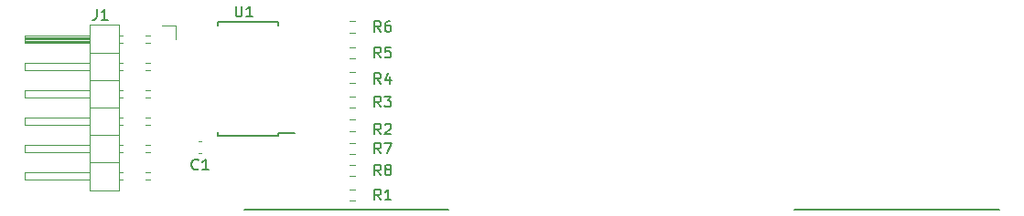
<source format=gbr>
%TF.GenerationSoftware,KiCad,Pcbnew,7.0.2*%
%TF.CreationDate,2023-08-10T02:19:42+09:00*%
%TF.ProjectId,Pmod_7LED_8digit,506d6f64-5f37-44c4-9544-5f3864696769,rev?*%
%TF.SameCoordinates,Original*%
%TF.FileFunction,Legend,Top*%
%TF.FilePolarity,Positive*%
%FSLAX46Y46*%
G04 Gerber Fmt 4.6, Leading zero omitted, Abs format (unit mm)*
G04 Created by KiCad (PCBNEW 7.0.2) date 2023-08-10 02:19:42*
%MOMM*%
%LPD*%
G01*
G04 APERTURE LIST*
%ADD10C,0.150000*%
%ADD11C,0.120000*%
%ADD12C,0.200000*%
G04 APERTURE END LIST*
D10*
%TO.C,R4*%
X76922333Y-72471619D02*
X76589000Y-71995428D01*
X76350905Y-72471619D02*
X76350905Y-71471619D01*
X76350905Y-71471619D02*
X76731857Y-71471619D01*
X76731857Y-71471619D02*
X76827095Y-71519238D01*
X76827095Y-71519238D02*
X76874714Y-71566857D01*
X76874714Y-71566857D02*
X76922333Y-71662095D01*
X76922333Y-71662095D02*
X76922333Y-71804952D01*
X76922333Y-71804952D02*
X76874714Y-71900190D01*
X76874714Y-71900190D02*
X76827095Y-71947809D01*
X76827095Y-71947809D02*
X76731857Y-71995428D01*
X76731857Y-71995428D02*
X76350905Y-71995428D01*
X77779476Y-71804952D02*
X77779476Y-72471619D01*
X77541381Y-71424000D02*
X77303286Y-72138285D01*
X77303286Y-72138285D02*
X77922333Y-72138285D01*
%TO.C,U1*%
X63500095Y-65248619D02*
X63500095Y-66058142D01*
X63500095Y-66058142D02*
X63547714Y-66153380D01*
X63547714Y-66153380D02*
X63595333Y-66201000D01*
X63595333Y-66201000D02*
X63690571Y-66248619D01*
X63690571Y-66248619D02*
X63881047Y-66248619D01*
X63881047Y-66248619D02*
X63976285Y-66201000D01*
X63976285Y-66201000D02*
X64023904Y-66153380D01*
X64023904Y-66153380D02*
X64071523Y-66058142D01*
X64071523Y-66058142D02*
X64071523Y-65248619D01*
X65071523Y-66248619D02*
X64500095Y-66248619D01*
X64785809Y-66248619D02*
X64785809Y-65248619D01*
X64785809Y-65248619D02*
X64690571Y-65391476D01*
X64690571Y-65391476D02*
X64595333Y-65486714D01*
X64595333Y-65486714D02*
X64500095Y-65534333D01*
%TO.C,J1*%
X50653666Y-65518619D02*
X50653666Y-66232904D01*
X50653666Y-66232904D02*
X50606047Y-66375761D01*
X50606047Y-66375761D02*
X50510809Y-66471000D01*
X50510809Y-66471000D02*
X50367952Y-66518619D01*
X50367952Y-66518619D02*
X50272714Y-66518619D01*
X51653666Y-66518619D02*
X51082238Y-66518619D01*
X51367952Y-66518619D02*
X51367952Y-65518619D01*
X51367952Y-65518619D02*
X51272714Y-65661476D01*
X51272714Y-65661476D02*
X51177476Y-65756714D01*
X51177476Y-65756714D02*
X51082238Y-65804333D01*
%TO.C,R7*%
X76922333Y-78948619D02*
X76589000Y-78472428D01*
X76350905Y-78948619D02*
X76350905Y-77948619D01*
X76350905Y-77948619D02*
X76731857Y-77948619D01*
X76731857Y-77948619D02*
X76827095Y-77996238D01*
X76827095Y-77996238D02*
X76874714Y-78043857D01*
X76874714Y-78043857D02*
X76922333Y-78139095D01*
X76922333Y-78139095D02*
X76922333Y-78281952D01*
X76922333Y-78281952D02*
X76874714Y-78377190D01*
X76874714Y-78377190D02*
X76827095Y-78424809D01*
X76827095Y-78424809D02*
X76731857Y-78472428D01*
X76731857Y-78472428D02*
X76350905Y-78472428D01*
X77255667Y-77948619D02*
X77922333Y-77948619D01*
X77922333Y-77948619D02*
X77493762Y-78948619D01*
%TO.C,C1*%
X60031333Y-80377380D02*
X59983714Y-80425000D01*
X59983714Y-80425000D02*
X59840857Y-80472619D01*
X59840857Y-80472619D02*
X59745619Y-80472619D01*
X59745619Y-80472619D02*
X59602762Y-80425000D01*
X59602762Y-80425000D02*
X59507524Y-80329761D01*
X59507524Y-80329761D02*
X59459905Y-80234523D01*
X59459905Y-80234523D02*
X59412286Y-80044047D01*
X59412286Y-80044047D02*
X59412286Y-79901190D01*
X59412286Y-79901190D02*
X59459905Y-79710714D01*
X59459905Y-79710714D02*
X59507524Y-79615476D01*
X59507524Y-79615476D02*
X59602762Y-79520238D01*
X59602762Y-79520238D02*
X59745619Y-79472619D01*
X59745619Y-79472619D02*
X59840857Y-79472619D01*
X59840857Y-79472619D02*
X59983714Y-79520238D01*
X59983714Y-79520238D02*
X60031333Y-79567857D01*
X60983714Y-80472619D02*
X60412286Y-80472619D01*
X60698000Y-80472619D02*
X60698000Y-79472619D01*
X60698000Y-79472619D02*
X60602762Y-79615476D01*
X60602762Y-79615476D02*
X60507524Y-79710714D01*
X60507524Y-79710714D02*
X60412286Y-79758333D01*
%TO.C,R1*%
X76922333Y-83266619D02*
X76589000Y-82790428D01*
X76350905Y-83266619D02*
X76350905Y-82266619D01*
X76350905Y-82266619D02*
X76731857Y-82266619D01*
X76731857Y-82266619D02*
X76827095Y-82314238D01*
X76827095Y-82314238D02*
X76874714Y-82361857D01*
X76874714Y-82361857D02*
X76922333Y-82457095D01*
X76922333Y-82457095D02*
X76922333Y-82599952D01*
X76922333Y-82599952D02*
X76874714Y-82695190D01*
X76874714Y-82695190D02*
X76827095Y-82742809D01*
X76827095Y-82742809D02*
X76731857Y-82790428D01*
X76731857Y-82790428D02*
X76350905Y-82790428D01*
X77874714Y-83266619D02*
X77303286Y-83266619D01*
X77589000Y-83266619D02*
X77589000Y-82266619D01*
X77589000Y-82266619D02*
X77493762Y-82409476D01*
X77493762Y-82409476D02*
X77398524Y-82504714D01*
X77398524Y-82504714D02*
X77303286Y-82552333D01*
%TO.C,R2*%
X76922333Y-77170619D02*
X76589000Y-76694428D01*
X76350905Y-77170619D02*
X76350905Y-76170619D01*
X76350905Y-76170619D02*
X76731857Y-76170619D01*
X76731857Y-76170619D02*
X76827095Y-76218238D01*
X76827095Y-76218238D02*
X76874714Y-76265857D01*
X76874714Y-76265857D02*
X76922333Y-76361095D01*
X76922333Y-76361095D02*
X76922333Y-76503952D01*
X76922333Y-76503952D02*
X76874714Y-76599190D01*
X76874714Y-76599190D02*
X76827095Y-76646809D01*
X76827095Y-76646809D02*
X76731857Y-76694428D01*
X76731857Y-76694428D02*
X76350905Y-76694428D01*
X77303286Y-76265857D02*
X77350905Y-76218238D01*
X77350905Y-76218238D02*
X77446143Y-76170619D01*
X77446143Y-76170619D02*
X77684238Y-76170619D01*
X77684238Y-76170619D02*
X77779476Y-76218238D01*
X77779476Y-76218238D02*
X77827095Y-76265857D01*
X77827095Y-76265857D02*
X77874714Y-76361095D01*
X77874714Y-76361095D02*
X77874714Y-76456333D01*
X77874714Y-76456333D02*
X77827095Y-76599190D01*
X77827095Y-76599190D02*
X77255667Y-77170619D01*
X77255667Y-77170619D02*
X77874714Y-77170619D01*
%TO.C,R6*%
X76922333Y-67645619D02*
X76589000Y-67169428D01*
X76350905Y-67645619D02*
X76350905Y-66645619D01*
X76350905Y-66645619D02*
X76731857Y-66645619D01*
X76731857Y-66645619D02*
X76827095Y-66693238D01*
X76827095Y-66693238D02*
X76874714Y-66740857D01*
X76874714Y-66740857D02*
X76922333Y-66836095D01*
X76922333Y-66836095D02*
X76922333Y-66978952D01*
X76922333Y-66978952D02*
X76874714Y-67074190D01*
X76874714Y-67074190D02*
X76827095Y-67121809D01*
X76827095Y-67121809D02*
X76731857Y-67169428D01*
X76731857Y-67169428D02*
X76350905Y-67169428D01*
X77779476Y-66645619D02*
X77589000Y-66645619D01*
X77589000Y-66645619D02*
X77493762Y-66693238D01*
X77493762Y-66693238D02*
X77446143Y-66740857D01*
X77446143Y-66740857D02*
X77350905Y-66883714D01*
X77350905Y-66883714D02*
X77303286Y-67074190D01*
X77303286Y-67074190D02*
X77303286Y-67455142D01*
X77303286Y-67455142D02*
X77350905Y-67550380D01*
X77350905Y-67550380D02*
X77398524Y-67598000D01*
X77398524Y-67598000D02*
X77493762Y-67645619D01*
X77493762Y-67645619D02*
X77684238Y-67645619D01*
X77684238Y-67645619D02*
X77779476Y-67598000D01*
X77779476Y-67598000D02*
X77827095Y-67550380D01*
X77827095Y-67550380D02*
X77874714Y-67455142D01*
X77874714Y-67455142D02*
X77874714Y-67217047D01*
X77874714Y-67217047D02*
X77827095Y-67121809D01*
X77827095Y-67121809D02*
X77779476Y-67074190D01*
X77779476Y-67074190D02*
X77684238Y-67026571D01*
X77684238Y-67026571D02*
X77493762Y-67026571D01*
X77493762Y-67026571D02*
X77398524Y-67074190D01*
X77398524Y-67074190D02*
X77350905Y-67121809D01*
X77350905Y-67121809D02*
X77303286Y-67217047D01*
%TO.C,R5*%
X76922333Y-70058619D02*
X76589000Y-69582428D01*
X76350905Y-70058619D02*
X76350905Y-69058619D01*
X76350905Y-69058619D02*
X76731857Y-69058619D01*
X76731857Y-69058619D02*
X76827095Y-69106238D01*
X76827095Y-69106238D02*
X76874714Y-69153857D01*
X76874714Y-69153857D02*
X76922333Y-69249095D01*
X76922333Y-69249095D02*
X76922333Y-69391952D01*
X76922333Y-69391952D02*
X76874714Y-69487190D01*
X76874714Y-69487190D02*
X76827095Y-69534809D01*
X76827095Y-69534809D02*
X76731857Y-69582428D01*
X76731857Y-69582428D02*
X76350905Y-69582428D01*
X77827095Y-69058619D02*
X77350905Y-69058619D01*
X77350905Y-69058619D02*
X77303286Y-69534809D01*
X77303286Y-69534809D02*
X77350905Y-69487190D01*
X77350905Y-69487190D02*
X77446143Y-69439571D01*
X77446143Y-69439571D02*
X77684238Y-69439571D01*
X77684238Y-69439571D02*
X77779476Y-69487190D01*
X77779476Y-69487190D02*
X77827095Y-69534809D01*
X77827095Y-69534809D02*
X77874714Y-69630047D01*
X77874714Y-69630047D02*
X77874714Y-69868142D01*
X77874714Y-69868142D02*
X77827095Y-69963380D01*
X77827095Y-69963380D02*
X77779476Y-70011000D01*
X77779476Y-70011000D02*
X77684238Y-70058619D01*
X77684238Y-70058619D02*
X77446143Y-70058619D01*
X77446143Y-70058619D02*
X77350905Y-70011000D01*
X77350905Y-70011000D02*
X77303286Y-69963380D01*
%TO.C,R3*%
X76922333Y-74630619D02*
X76589000Y-74154428D01*
X76350905Y-74630619D02*
X76350905Y-73630619D01*
X76350905Y-73630619D02*
X76731857Y-73630619D01*
X76731857Y-73630619D02*
X76827095Y-73678238D01*
X76827095Y-73678238D02*
X76874714Y-73725857D01*
X76874714Y-73725857D02*
X76922333Y-73821095D01*
X76922333Y-73821095D02*
X76922333Y-73963952D01*
X76922333Y-73963952D02*
X76874714Y-74059190D01*
X76874714Y-74059190D02*
X76827095Y-74106809D01*
X76827095Y-74106809D02*
X76731857Y-74154428D01*
X76731857Y-74154428D02*
X76350905Y-74154428D01*
X77255667Y-73630619D02*
X77874714Y-73630619D01*
X77874714Y-73630619D02*
X77541381Y-74011571D01*
X77541381Y-74011571D02*
X77684238Y-74011571D01*
X77684238Y-74011571D02*
X77779476Y-74059190D01*
X77779476Y-74059190D02*
X77827095Y-74106809D01*
X77827095Y-74106809D02*
X77874714Y-74202047D01*
X77874714Y-74202047D02*
X77874714Y-74440142D01*
X77874714Y-74440142D02*
X77827095Y-74535380D01*
X77827095Y-74535380D02*
X77779476Y-74583000D01*
X77779476Y-74583000D02*
X77684238Y-74630619D01*
X77684238Y-74630619D02*
X77398524Y-74630619D01*
X77398524Y-74630619D02*
X77303286Y-74583000D01*
X77303286Y-74583000D02*
X77255667Y-74535380D01*
%TO.C,R8*%
X76922333Y-80980619D02*
X76589000Y-80504428D01*
X76350905Y-80980619D02*
X76350905Y-79980619D01*
X76350905Y-79980619D02*
X76731857Y-79980619D01*
X76731857Y-79980619D02*
X76827095Y-80028238D01*
X76827095Y-80028238D02*
X76874714Y-80075857D01*
X76874714Y-80075857D02*
X76922333Y-80171095D01*
X76922333Y-80171095D02*
X76922333Y-80313952D01*
X76922333Y-80313952D02*
X76874714Y-80409190D01*
X76874714Y-80409190D02*
X76827095Y-80456809D01*
X76827095Y-80456809D02*
X76731857Y-80504428D01*
X76731857Y-80504428D02*
X76350905Y-80504428D01*
X77493762Y-80409190D02*
X77398524Y-80361571D01*
X77398524Y-80361571D02*
X77350905Y-80313952D01*
X77350905Y-80313952D02*
X77303286Y-80218714D01*
X77303286Y-80218714D02*
X77303286Y-80171095D01*
X77303286Y-80171095D02*
X77350905Y-80075857D01*
X77350905Y-80075857D02*
X77398524Y-80028238D01*
X77398524Y-80028238D02*
X77493762Y-79980619D01*
X77493762Y-79980619D02*
X77684238Y-79980619D01*
X77684238Y-79980619D02*
X77779476Y-80028238D01*
X77779476Y-80028238D02*
X77827095Y-80075857D01*
X77827095Y-80075857D02*
X77874714Y-80171095D01*
X77874714Y-80171095D02*
X77874714Y-80218714D01*
X77874714Y-80218714D02*
X77827095Y-80313952D01*
X77827095Y-80313952D02*
X77779476Y-80361571D01*
X77779476Y-80361571D02*
X77684238Y-80409190D01*
X77684238Y-80409190D02*
X77493762Y-80409190D01*
X77493762Y-80409190D02*
X77398524Y-80456809D01*
X77398524Y-80456809D02*
X77350905Y-80504428D01*
X77350905Y-80504428D02*
X77303286Y-80599666D01*
X77303286Y-80599666D02*
X77303286Y-80790142D01*
X77303286Y-80790142D02*
X77350905Y-80885380D01*
X77350905Y-80885380D02*
X77398524Y-80933000D01*
X77398524Y-80933000D02*
X77493762Y-80980619D01*
X77493762Y-80980619D02*
X77684238Y-80980619D01*
X77684238Y-80980619D02*
X77779476Y-80933000D01*
X77779476Y-80933000D02*
X77827095Y-80885380D01*
X77827095Y-80885380D02*
X77874714Y-80790142D01*
X77874714Y-80790142D02*
X77874714Y-80599666D01*
X77874714Y-80599666D02*
X77827095Y-80504428D01*
X77827095Y-80504428D02*
X77779476Y-80456809D01*
X77779476Y-80456809D02*
X77684238Y-80409190D01*
D11*
%TO.C,R4*%
X74040276Y-71359500D02*
X74549724Y-71359500D01*
X74040276Y-72404500D02*
X74549724Y-72404500D01*
D12*
%TO.C,DS2*%
X64260000Y-84174000D02*
X83185000Y-84174000D01*
D10*
%TO.C,U1*%
X67418000Y-77284000D02*
X67418000Y-77009000D01*
X67418000Y-77284000D02*
X61868000Y-77284000D01*
X67418000Y-77009000D02*
X68943000Y-77009000D01*
X67418000Y-66734000D02*
X67418000Y-67089000D01*
X67418000Y-66734000D02*
X61868000Y-66734000D01*
X61868000Y-77284000D02*
X61868000Y-76929000D01*
X61868000Y-66734000D02*
X61868000Y-67089000D01*
D11*
%TO.C,J1*%
X44002000Y-67946000D02*
X44002000Y-68706000D01*
X44002000Y-68706000D02*
X50002000Y-68706000D01*
X44002000Y-70486000D02*
X44002000Y-71246000D01*
X44002000Y-71246000D02*
X50002000Y-71246000D01*
X44002000Y-73026000D02*
X44002000Y-73786000D01*
X44002000Y-73786000D02*
X50002000Y-73786000D01*
X44002000Y-75566000D02*
X44002000Y-76326000D01*
X44002000Y-76326000D02*
X50002000Y-76326000D01*
X44002000Y-78106000D02*
X44002000Y-78866000D01*
X44002000Y-78866000D02*
X50002000Y-78866000D01*
X44002000Y-80646000D02*
X44002000Y-81406000D01*
X44002000Y-81406000D02*
X50002000Y-81406000D01*
X50002000Y-66996000D02*
X52662000Y-66996000D01*
X50002000Y-67946000D02*
X44002000Y-67946000D01*
X50002000Y-68006000D02*
X44002000Y-68006000D01*
X50002000Y-68126000D02*
X44002000Y-68126000D01*
X50002000Y-68246000D02*
X44002000Y-68246000D01*
X50002000Y-68366000D02*
X44002000Y-68366000D01*
X50002000Y-68486000D02*
X44002000Y-68486000D01*
X50002000Y-68606000D02*
X44002000Y-68606000D01*
X50002000Y-70486000D02*
X44002000Y-70486000D01*
X50002000Y-73026000D02*
X44002000Y-73026000D01*
X50002000Y-75566000D02*
X44002000Y-75566000D01*
X50002000Y-78106000D02*
X44002000Y-78106000D01*
X50002000Y-80646000D02*
X44002000Y-80646000D01*
X50002000Y-82356000D02*
X50002000Y-66996000D01*
X52662000Y-66996000D02*
X52662000Y-82356000D01*
X52662000Y-69596000D02*
X50002000Y-69596000D01*
X52662000Y-72136000D02*
X50002000Y-72136000D01*
X52662000Y-74676000D02*
X50002000Y-74676000D01*
X52662000Y-77216000D02*
X50002000Y-77216000D01*
X52662000Y-79756000D02*
X50002000Y-79756000D01*
X52662000Y-82356000D02*
X50002000Y-82356000D01*
X53059071Y-67946000D02*
X52662000Y-67946000D01*
X53059071Y-68706000D02*
X52662000Y-68706000D01*
X53059071Y-70486000D02*
X52662000Y-70486000D01*
X53059071Y-71246000D02*
X52662000Y-71246000D01*
X53059071Y-73026000D02*
X52662000Y-73026000D01*
X53059071Y-73786000D02*
X52662000Y-73786000D01*
X53059071Y-75566000D02*
X52662000Y-75566000D01*
X53059071Y-76326000D02*
X52662000Y-76326000D01*
X53059071Y-78106000D02*
X52662000Y-78106000D01*
X53059071Y-78866000D02*
X52662000Y-78866000D01*
X53059071Y-80646000D02*
X52662000Y-80646000D01*
X53059071Y-81406000D02*
X52662000Y-81406000D01*
X55532000Y-67946000D02*
X55144929Y-67946000D01*
X55532000Y-68706000D02*
X55144929Y-68706000D01*
X55599071Y-70486000D02*
X55144929Y-70486000D01*
X55599071Y-71246000D02*
X55144929Y-71246000D01*
X55599071Y-73026000D02*
X55144929Y-73026000D01*
X55599071Y-73786000D02*
X55144929Y-73786000D01*
X55599071Y-75566000D02*
X55144929Y-75566000D01*
X55599071Y-76326000D02*
X55144929Y-76326000D01*
X55599071Y-78106000D02*
X55144929Y-78106000D01*
X55599071Y-78866000D02*
X55144929Y-78866000D01*
X55599071Y-80646000D02*
X55144929Y-80646000D01*
X55599071Y-81406000D02*
X55144929Y-81406000D01*
X57912000Y-67056000D02*
X56642000Y-67056000D01*
X57912000Y-68326000D02*
X57912000Y-67056000D01*
%TO.C,R7*%
X74040276Y-77963500D02*
X74549724Y-77963500D01*
X74040276Y-79008500D02*
X74549724Y-79008500D01*
%TO.C,C1*%
X60344267Y-78869000D02*
X60051733Y-78869000D01*
X60344267Y-77849000D02*
X60051733Y-77849000D01*
%TO.C,R1*%
X74040276Y-82281500D02*
X74549724Y-82281500D01*
X74040276Y-83326500D02*
X74549724Y-83326500D01*
%TO.C,R2*%
X74040276Y-75804500D02*
X74549724Y-75804500D01*
X74040276Y-76849500D02*
X74549724Y-76849500D01*
%TO.C,R6*%
X74040276Y-66660500D02*
X74549724Y-66660500D01*
X74040276Y-67705500D02*
X74549724Y-67705500D01*
%TO.C,R5*%
X74040276Y-69073500D02*
X74549724Y-69073500D01*
X74040276Y-70118500D02*
X74549724Y-70118500D01*
%TO.C,R3*%
X74040276Y-73645500D02*
X74549724Y-73645500D01*
X74040276Y-74690500D02*
X74549724Y-74690500D01*
D12*
%TO.C,DS1*%
X115187000Y-84174000D02*
X134112000Y-84174000D01*
D11*
%TO.C,R8*%
X74040276Y-79995500D02*
X74549724Y-79995500D01*
X74040276Y-81040500D02*
X74549724Y-81040500D01*
%TD*%
M02*

</source>
